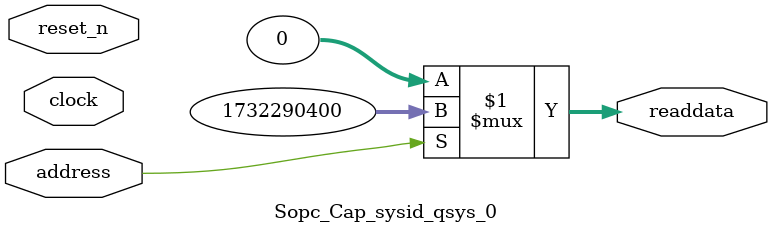
<source format=v>



// synthesis translate_off
`timescale 1ns / 1ps
// synthesis translate_on

// turn off superfluous verilog processor warnings 
// altera message_level Level1 
// altera message_off 10034 10035 10036 10037 10230 10240 10030 

module Sopc_Cap_sysid_qsys_0 (
               // inputs:
                address,
                clock,
                reset_n,

               // outputs:
                readdata
             )
;

  output  [ 31: 0] readdata;
  input            address;
  input            clock;
  input            reset_n;

  wire    [ 31: 0] readdata;
  //control_slave, which is an e_avalon_slave
  assign readdata = address ? 1732290400 : 0;

endmodule



</source>
